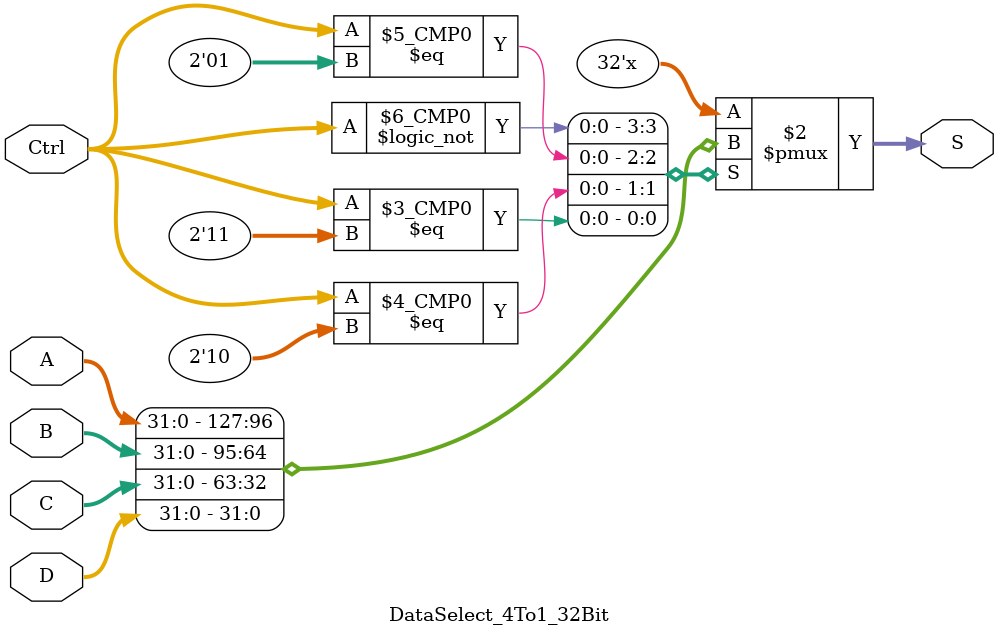
<source format=v>
`timescale 1ns / 1ps
module DataSelect_4To1_32Bit(A, B, C, D, Ctrl, S);
  input [31:0] A, B, C, D; // ËÄ¸öÊý¾Ý
  input [1:0]Ctrl; //¿ØÖÆÐÅºÅ
  output reg[31:0] S;
  always @(Ctrl or A or B or C or D) begin
    case(Ctrl)
	   2'b00: S = A;
		2'b01: S = B;
		2'b10: S = C;
		2'b11: S = D;
		default: S = 0; // ¸øÁãºÅ¼Ä´æÆ÷¸³Öµ²»»áÓÐÓ°Ïì£¬ÒòÎª¼Ä´æÆ÷Ä£¿é²»»áÐÞ¸ÄÁãºÅ¼Ä´æÆ÷µÄÖµ
	 endcase
  end
endmodule

</source>
